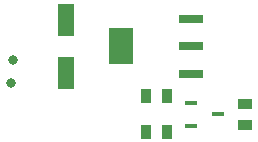
<source format=gtp>
G04 DipTrace 2.4.0.2*
%INLaserPower_v_1.0.GTP*%
%MOMM*%
%ADD32C,0.8*%
%ADD34R,1.2X0.9*%
%ADD36R,0.9X1.2*%
%ADD38R,1.4X2.8*%
%ADD40R,2.0X0.8*%
%ADD42R,2.0X3.1*%
%ADD50R,1.1X0.4*%
%FSLAX53Y53*%
G04*
G71*
G90*
G75*
G01*
%LNTopPaste*%
%LPD*%
D32*
X6200Y8900D3*
X6000Y7000D3*
D50*
X21250Y5250D3*
Y3350D3*
X23550Y4300D3*
D38*
X10700Y12300D3*
Y7800D3*
D36*
X17400Y5900D3*
X19200D3*
D34*
X25800Y5200D3*
Y3400D3*
D36*
X19250Y2850D3*
X17450D3*
D42*
X15350Y10050D3*
D40*
X21250Y7750D3*
Y10050D3*
Y12350D3*
M02*

</source>
